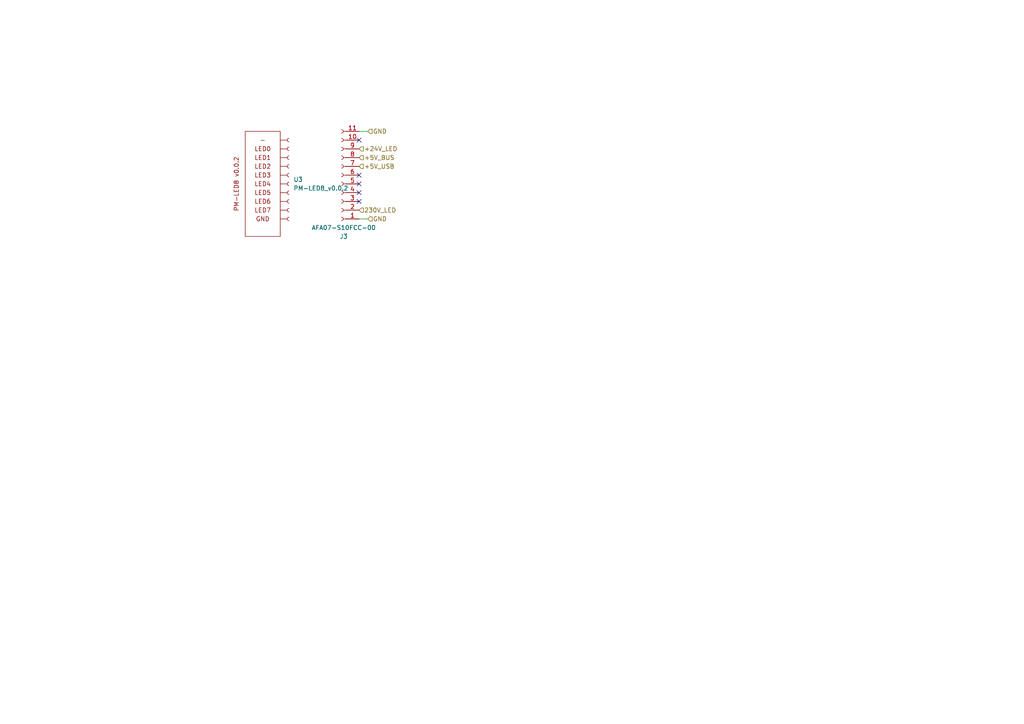
<source format=kicad_sch>
(kicad_sch (version 20231120) (generator "eeschema") (generator_version "8.0")
  (paper "A4")
  (lib_symbols
    (symbol "kicad_inventree_lib:AFA07-S10FCC-00" (pin_names (offset 1.016) hide)
      (property "Reference" "J" (at 0 12.7 0))
      (property "Value" "AFA07-S10FCC-00" (at 0 -20.32 0))
      (symbol "AFA07-S10FCC-00_1_1"
        (arc (start 0 -14.732) (mid -0.5058 -15.24) (end 0 -15.748) (stroke (width 0.1524)))
        (arc (start 0 -12.192) (mid -0.5058 -12.7) (end 0 -13.208) (stroke (width 0.1524)))
        (arc (start 0 -9.652) (mid -0.5058 -10.16) (end 0 -10.668) (stroke (width 0.1524)))
        (arc (start 0 -7.112) (mid -0.5058 -7.62) (end 0 -8.128) (stroke (width 0.1524)))
        (arc (start 0 -4.572) (mid -0.5058 -5.08) (end 0 -5.588) (stroke (width 0.1524)))
        (arc (start 0 -2.032) (mid -0.5058 -2.54) (end 0 -3.048) (stroke (width 0.1524)))
        (polyline (pts (xy -1.27 -15.24) (xy -0.508 -15.24)) (stroke (width 0.1524)))
        (polyline (pts (xy -1.27 -12.7) (xy -0.508 -12.7)) (stroke (width 0.1524)))
        (polyline (pts (xy -1.27 -10.16) (xy -0.508 -10.16)) (stroke (width 0.1524)))
        (polyline (pts (xy -1.27 -7.62) (xy -0.508 -7.62)) (stroke (width 0.1524)))
        (polyline (pts (xy -1.27 -5.08) (xy -0.508 -5.08)) (stroke (width 0.1524)))
        (polyline (pts (xy -1.27 -2.54) (xy -0.508 -2.54)) (stroke (width 0.1524)))
        (polyline (pts (xy -1.27 0) (xy -0.508 0)) (stroke (width 0.1524)))
        (polyline (pts (xy -1.27 2.54) (xy -0.508 2.54)) (stroke (width 0.1524)))
        (polyline (pts (xy -1.27 5.08) (xy -0.508 5.08)) (stroke (width 0.1524)))
        (polyline (pts (xy -1.27 7.62) (xy -0.508 7.62)) (stroke (width 0.1524)))
        (polyline (pts (xy -1.27 10.16) (xy -0.508 10.16)) (stroke (width 0.1524)))
        (arc (start 0 0.508) (mid -0.5058 0) (end 0 -0.508) (stroke (width 0.1524)))
        (arc (start 0 3.048) (mid -0.5058 2.54) (end 0 2.032) (stroke (width 0.1524)))
        (arc (start 0 5.588) (mid -0.5058 5.08) (end 0 4.572) (stroke (width 0.1524)))
        (arc (start 0 8.128) (mid -0.5058 7.62) (end 0 7.112) (stroke (width 0.1524)))
        (arc (start 0 10.668) (mid -0.5058 10.16) (end 0 9.652) (stroke (width 0.1524)))
        (pin passive line (at -5.08 10.16 0) (length 3.81) (name "Pin_1") (number "1"))
        (pin passive line (at -5.08 -12.7 0) (length 3.81) (name "Pin_10") (number "10"))
        (pin passive line (at -5.08 -15.24 0) (length 3.81) (name "Pin_11") (number "11"))
        (pin passive line (at -5.08 7.62 0) (length 3.81) (name "Pin_2") (number "2"))
        (pin passive line (at -5.08 5.08 0) (length 3.81) (name "Pin_3") (number "3"))
        (pin passive line (at -5.08 2.54 0) (length 3.81) (name "Pin_4") (number "4"))
        (pin passive line (at -5.08 0 0) (length 3.81) (name "Pin_5") (number "5"))
        (pin passive line (at -5.08 -2.54 0) (length 3.81) (name "Pin_6") (number "6"))
        (pin passive line (at -5.08 -5.08 0) (length 3.81) (name "Pin_7") (number "7"))
        (pin passive line (at -5.08 -7.62 0) (length 3.81) (name "Pin_8") (number "8"))
        (pin passive line (at -5.08 -10.16 0) (length 3.81) (name "Pin_9") (number "9"))
      )
    )
    (symbol "kicad_inventree_lib:PM-LED8_v0.0.2"
      (property "Reference" "U" (at 0 2.54 0))
      (property "Value" "PM-LED8_v0.0.2" (at 0 0 0))
      (symbol "PM-LED8_v0.0.2_0_1"
        (rectangle (start -5.08 -2.54) (end 5.08 -33.02))
      )
      (symbol "PM-LED8_v0.0.2_1_1"
        (polyline (pts (xy 5.08 -27.94) (xy 7.1098 -27.94)) (stroke (width 0.1524)))
        (polyline (pts (xy 5.08 -25.4) (xy 7.1098 -25.4)) (stroke (width 0.1524)))
        (polyline (pts (xy 5.08 -22.86) (xy 7.1098 -22.86)) (stroke (width 0.1524)))
        (polyline (pts (xy 5.08 -20.32) (xy 7.1098 -20.32)) (stroke (width 0.1524)))
        (polyline (pts (xy 5.08 -17.78) (xy 7.1098 -17.78)) (stroke (width 0.1524)))
        (polyline (pts (xy 5.08 -15.24) (xy 7.1098 -15.24)) (stroke (width 0.1524)))
        (polyline (pts (xy 5.08 -12.7) (xy 7.1098 -12.7)) (stroke (width 0.1524)))
        (polyline (pts (xy 5.08 -10.16) (xy 7.1098 -10.16)) (stroke (width 0.1524)))
        (polyline (pts (xy 5.08 -7.62) (xy 7.1098 -7.62)) (stroke (width 0.1524)))
        (polyline (pts (xy 5.08 -5.08) (xy 7.1098 -5.08)) (stroke (width 0.1524)))
        (arc (start 7.6178 -27.432) (mid 7.112 -27.94) (end 7.6178 -28.448) (stroke (width 0.1524)))
        (arc (start 7.6178 -24.892) (mid 7.112 -25.4) (end 7.6178 -25.908) (stroke (width 0.1524)))
        (arc (start 7.6178 -22.352) (mid 7.112 -22.86) (end 7.6178 -23.368) (stroke (width 0.1524)))
        (arc (start 7.6178 -19.812) (mid 7.112 -20.32) (end 7.6178 -20.828) (stroke (width 0.1524)))
        (arc (start 7.6178 -17.272) (mid 7.112 -17.78) (end 7.6178 -18.288) (stroke (width 0.1524)))
        (arc (start 7.6178 -14.732) (mid 7.112 -15.24) (end 7.6178 -15.748) (stroke (width 0.1524)))
        (arc (start 7.6178 -12.192) (mid 7.112 -12.7) (end 7.6178 -13.208) (stroke (width 0.1524)))
        (arc (start 7.6178 -9.652) (mid 7.112 -10.16) (end 7.6178 -10.668) (stroke (width 0.1524)))
        (arc (start 7.6178 -7.112) (mid 7.112 -7.62) (end 7.6178 -8.128) (stroke (width 0.1524)))
        (arc (start 7.6178 -4.572) (mid 7.112 -5.08) (end 7.6178 -5.588) (stroke (width 0.1524)))
        (text "-" (at 0 -5.08 0) (effects (font (size 1.27 1.27))))
        (text "GND" (at 0 -27.94 0) (effects (font (size 1.27 1.27))))
        (text "LED0" (at 0 -7.62 0) (effects (font (size 1.27 1.27))))
        (text "LED1" (at 0 -10.16 0) (effects (font (size 1.27 1.27))))
        (text "LED2" (at 0 -12.7 0) (effects (font (size 1.27 1.27))))
        (text "LED3" (at 0 -15.24 0) (effects (font (size 1.27 1.27))))
        (text "LED4" (at 0 -17.78 0) (effects (font (size 1.27 1.27))))
        (text "LED5" (at 0 -20.32 0) (effects (font (size 1.27 1.27))))
        (text "LED6" (at 0 -22.86 0) (effects (font (size 1.27 1.27))))
        (text "LED7" (at 0 -25.4 0) (effects (font (size 1.27 1.27))))
        (text "PM-LED8 v0.0.2" (at -7.62 -17.78 900) (effects (font (size 1.27 1.27))))
      )
    )
  )
  (no_connect (at 104.14 58.42))
  (no_connect (at 104.14 53.34))
  (no_connect (at 104.14 50.8))
  (no_connect (at 104.14 55.88))
  (no_connect (at 104.14 40.64))
  (wire (pts (xy 104.14 38.1) (xy 106.68 38.1)))
  (wire (pts (xy 106.68 63.5) (xy 104.14 63.5)))
  (hierarchical_label "+5V_USB" (shape input) (at 104.14 48.26 0))
  (hierarchical_label "+5V_BUS" (shape input) (at 104.14 45.72 0))
  (hierarchical_label "230V_LED" (shape input) (at 104.14 60.96 0))
  (hierarchical_label "GND" (shape input) (at 106.68 63.5 0))
  (hierarchical_label "GND" (shape input) (at 106.68 38.1 0))
  (hierarchical_label "+24V_LED" (shape input) (at 104.14 43.18 0))
  (symbol (lib_id "kicad_inventree_lib:AFA07-S10FCC-00") (at 99.06 53.34 180) (unit 1)
    (property "Reference" "J3" (at 99.695 68.58 0))
    (property "Value" "AFA07-S10FCC-00" (at 99.695 66.04 0))
    (property "Footprint" "kicad_inventree_lib:CONN10_AFA07-S10_JUS" (effects (hide yes)))
    (property "Datasheet" "http://inventree.network/part/170/" (effects (hide yes)))
    (property "Description" "Generic connector, single row, 01x10, script generated" (effects (hide yes)))
    (property "part_ipn" "AFA07-S10FCC-00" (effects (hide yes)))
  )
  (symbol (lib_id "kicad_inventree_lib:PM-LED8_v0.0.2") (at 76.2 35.56 0) (unit 1)
    (property "Reference" "U3" (at 85.09 52.0699 0) (effects (justify left)))
    (property "Value" "PM-LED8_v0.0.2" (at 85.09 54.6099 0) (effects (justify left)))
    (property "Footprint" "kicad_inventree_lib:PM-LED_v0.0.2" (effects (hide yes)))
    (property "part_ipn" "PM-LED8_v0.0.1" (effects (hide yes)))
  )
)
</source>
